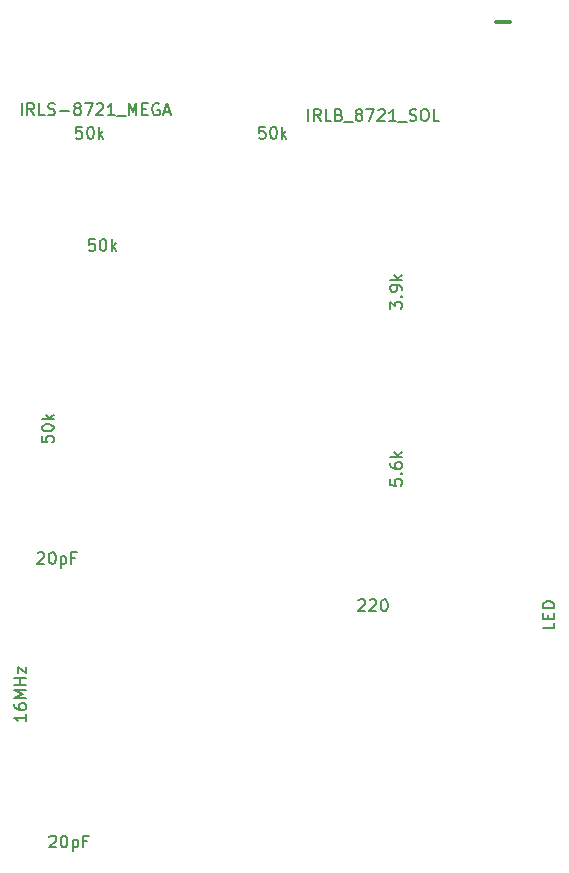
<source format=gbr>
G04 #@! TF.FileFunction,Other,Fab,Top*
%FSLAX46Y46*%
G04 Gerber Fmt 4.6, Leading zero omitted, Abs format (unit mm)*
G04 Created by KiCad (PCBNEW 4.0.2+dfsg1-stable) date on. 29. nov. 2017 kl. 15.41 +0100*
%MOMM*%
G01*
G04 APERTURE LIST*
%ADD10C,0.100000*%
%ADD11C,0.300000*%
%ADD12C,0.150000*%
G04 APERTURE END LIST*
D10*
D11*
X133428572Y-48107143D02*
X134571429Y-48107143D01*
D12*
X95607143Y-117047619D02*
X95654762Y-117000000D01*
X95750000Y-116952381D01*
X95988096Y-116952381D01*
X96083334Y-117000000D01*
X96130953Y-117047619D01*
X96178572Y-117142857D01*
X96178572Y-117238095D01*
X96130953Y-117380952D01*
X95559524Y-117952381D01*
X96178572Y-117952381D01*
X96797619Y-116952381D02*
X96892858Y-116952381D01*
X96988096Y-117000000D01*
X97035715Y-117047619D01*
X97083334Y-117142857D01*
X97130953Y-117333333D01*
X97130953Y-117571429D01*
X97083334Y-117761905D01*
X97035715Y-117857143D01*
X96988096Y-117904762D01*
X96892858Y-117952381D01*
X96797619Y-117952381D01*
X96702381Y-117904762D01*
X96654762Y-117857143D01*
X96607143Y-117761905D01*
X96559524Y-117571429D01*
X96559524Y-117333333D01*
X96607143Y-117142857D01*
X96654762Y-117047619D01*
X96702381Y-117000000D01*
X96797619Y-116952381D01*
X97559524Y-117285714D02*
X97559524Y-118285714D01*
X97559524Y-117333333D02*
X97654762Y-117285714D01*
X97845239Y-117285714D01*
X97940477Y-117333333D01*
X97988096Y-117380952D01*
X98035715Y-117476190D01*
X98035715Y-117761905D01*
X97988096Y-117857143D01*
X97940477Y-117904762D01*
X97845239Y-117952381D01*
X97654762Y-117952381D01*
X97559524Y-117904762D01*
X98797620Y-117428571D02*
X98464286Y-117428571D01*
X98464286Y-117952381D02*
X98464286Y-116952381D01*
X98940477Y-116952381D01*
X94607143Y-93047619D02*
X94654762Y-93000000D01*
X94750000Y-92952381D01*
X94988096Y-92952381D01*
X95083334Y-93000000D01*
X95130953Y-93047619D01*
X95178572Y-93142857D01*
X95178572Y-93238095D01*
X95130953Y-93380952D01*
X94559524Y-93952381D01*
X95178572Y-93952381D01*
X95797619Y-92952381D02*
X95892858Y-92952381D01*
X95988096Y-93000000D01*
X96035715Y-93047619D01*
X96083334Y-93142857D01*
X96130953Y-93333333D01*
X96130953Y-93571429D01*
X96083334Y-93761905D01*
X96035715Y-93857143D01*
X95988096Y-93904762D01*
X95892858Y-93952381D01*
X95797619Y-93952381D01*
X95702381Y-93904762D01*
X95654762Y-93857143D01*
X95607143Y-93761905D01*
X95559524Y-93571429D01*
X95559524Y-93333333D01*
X95607143Y-93142857D01*
X95654762Y-93047619D01*
X95702381Y-93000000D01*
X95797619Y-92952381D01*
X96559524Y-93285714D02*
X96559524Y-94285714D01*
X96559524Y-93333333D02*
X96654762Y-93285714D01*
X96845239Y-93285714D01*
X96940477Y-93333333D01*
X96988096Y-93380952D01*
X97035715Y-93476190D01*
X97035715Y-93761905D01*
X96988096Y-93857143D01*
X96940477Y-93904762D01*
X96845239Y-93952381D01*
X96654762Y-93952381D01*
X96559524Y-93904762D01*
X97797620Y-93428571D02*
X97464286Y-93428571D01*
X97464286Y-93952381D02*
X97464286Y-92952381D01*
X97940477Y-92952381D01*
X138352381Y-98942857D02*
X138352381Y-99419048D01*
X137352381Y-99419048D01*
X137828571Y-98609524D02*
X137828571Y-98276190D01*
X138352381Y-98133333D02*
X138352381Y-98609524D01*
X137352381Y-98609524D01*
X137352381Y-98133333D01*
X138352381Y-97704762D02*
X137352381Y-97704762D01*
X137352381Y-97466667D01*
X137400000Y-97323809D01*
X137495238Y-97228571D01*
X137590476Y-97180952D01*
X137780952Y-97133333D01*
X137923810Y-97133333D01*
X138114286Y-97180952D01*
X138209524Y-97228571D01*
X138304762Y-97323809D01*
X138352381Y-97466667D01*
X138352381Y-97704762D01*
X124452381Y-86800952D02*
X124452381Y-87277143D01*
X124928571Y-87324762D01*
X124880952Y-87277143D01*
X124833333Y-87181905D01*
X124833333Y-86943809D01*
X124880952Y-86848571D01*
X124928571Y-86800952D01*
X125023810Y-86753333D01*
X125261905Y-86753333D01*
X125357143Y-86800952D01*
X125404762Y-86848571D01*
X125452381Y-86943809D01*
X125452381Y-87181905D01*
X125404762Y-87277143D01*
X125357143Y-87324762D01*
X125357143Y-86324762D02*
X125404762Y-86277143D01*
X125452381Y-86324762D01*
X125404762Y-86372381D01*
X125357143Y-86324762D01*
X125452381Y-86324762D01*
X124452381Y-85420000D02*
X124452381Y-85610477D01*
X124500000Y-85705715D01*
X124547619Y-85753334D01*
X124690476Y-85848572D01*
X124880952Y-85896191D01*
X125261905Y-85896191D01*
X125357143Y-85848572D01*
X125404762Y-85800953D01*
X125452381Y-85705715D01*
X125452381Y-85515238D01*
X125404762Y-85420000D01*
X125357143Y-85372381D01*
X125261905Y-85324762D01*
X125023810Y-85324762D01*
X124928571Y-85372381D01*
X124880952Y-85420000D01*
X124833333Y-85515238D01*
X124833333Y-85705715D01*
X124880952Y-85800953D01*
X124928571Y-85848572D01*
X125023810Y-85896191D01*
X125452381Y-84896191D02*
X124452381Y-84896191D01*
X125071429Y-84800953D02*
X125452381Y-84515238D01*
X124785714Y-84515238D02*
X125166667Y-84896191D01*
X124452381Y-72372381D02*
X124452381Y-71753333D01*
X124833333Y-72086667D01*
X124833333Y-71943809D01*
X124880952Y-71848571D01*
X124928571Y-71800952D01*
X125023810Y-71753333D01*
X125261905Y-71753333D01*
X125357143Y-71800952D01*
X125404762Y-71848571D01*
X125452381Y-71943809D01*
X125452381Y-72229524D01*
X125404762Y-72324762D01*
X125357143Y-72372381D01*
X125357143Y-71324762D02*
X125404762Y-71277143D01*
X125452381Y-71324762D01*
X125404762Y-71372381D01*
X125357143Y-71324762D01*
X125452381Y-71324762D01*
X125452381Y-70800953D02*
X125452381Y-70610477D01*
X125404762Y-70515238D01*
X125357143Y-70467619D01*
X125214286Y-70372381D01*
X125023810Y-70324762D01*
X124642857Y-70324762D01*
X124547619Y-70372381D01*
X124500000Y-70420000D01*
X124452381Y-70515238D01*
X124452381Y-70705715D01*
X124500000Y-70800953D01*
X124547619Y-70848572D01*
X124642857Y-70896191D01*
X124880952Y-70896191D01*
X124976190Y-70848572D01*
X125023810Y-70800953D01*
X125071429Y-70705715D01*
X125071429Y-70515238D01*
X125023810Y-70420000D01*
X124976190Y-70372381D01*
X124880952Y-70324762D01*
X125452381Y-69896191D02*
X124452381Y-69896191D01*
X125071429Y-69800953D02*
X125452381Y-69515238D01*
X124785714Y-69515238D02*
X125166667Y-69896191D01*
X99437143Y-66452381D02*
X98960952Y-66452381D01*
X98913333Y-66928571D01*
X98960952Y-66880952D01*
X99056190Y-66833333D01*
X99294286Y-66833333D01*
X99389524Y-66880952D01*
X99437143Y-66928571D01*
X99484762Y-67023810D01*
X99484762Y-67261905D01*
X99437143Y-67357143D01*
X99389524Y-67404762D01*
X99294286Y-67452381D01*
X99056190Y-67452381D01*
X98960952Y-67404762D01*
X98913333Y-67357143D01*
X100103809Y-66452381D02*
X100199048Y-66452381D01*
X100294286Y-66500000D01*
X100341905Y-66547619D01*
X100389524Y-66642857D01*
X100437143Y-66833333D01*
X100437143Y-67071429D01*
X100389524Y-67261905D01*
X100341905Y-67357143D01*
X100294286Y-67404762D01*
X100199048Y-67452381D01*
X100103809Y-67452381D01*
X100008571Y-67404762D01*
X99960952Y-67357143D01*
X99913333Y-67261905D01*
X99865714Y-67071429D01*
X99865714Y-66833333D01*
X99913333Y-66642857D01*
X99960952Y-66547619D01*
X100008571Y-66500000D01*
X100103809Y-66452381D01*
X100865714Y-67452381D02*
X100865714Y-66452381D01*
X100960952Y-67071429D02*
X101246667Y-67452381D01*
X101246667Y-66785714D02*
X100865714Y-67166667D01*
X121761905Y-97047619D02*
X121809524Y-97000000D01*
X121904762Y-96952381D01*
X122142858Y-96952381D01*
X122238096Y-97000000D01*
X122285715Y-97047619D01*
X122333334Y-97142857D01*
X122333334Y-97238095D01*
X122285715Y-97380952D01*
X121714286Y-97952381D01*
X122333334Y-97952381D01*
X122714286Y-97047619D02*
X122761905Y-97000000D01*
X122857143Y-96952381D01*
X123095239Y-96952381D01*
X123190477Y-97000000D01*
X123238096Y-97047619D01*
X123285715Y-97142857D01*
X123285715Y-97238095D01*
X123238096Y-97380952D01*
X122666667Y-97952381D01*
X123285715Y-97952381D01*
X123904762Y-96952381D02*
X124000001Y-96952381D01*
X124095239Y-97000000D01*
X124142858Y-97047619D01*
X124190477Y-97142857D01*
X124238096Y-97333333D01*
X124238096Y-97571429D01*
X124190477Y-97761905D01*
X124142858Y-97857143D01*
X124095239Y-97904762D01*
X124000001Y-97952381D01*
X123904762Y-97952381D01*
X123809524Y-97904762D01*
X123761905Y-97857143D01*
X123714286Y-97761905D01*
X123666667Y-97571429D01*
X123666667Y-97333333D01*
X123714286Y-97142857D01*
X123761905Y-97047619D01*
X123809524Y-97000000D01*
X123904762Y-96952381D01*
X113857143Y-56952381D02*
X113380952Y-56952381D01*
X113333333Y-57428571D01*
X113380952Y-57380952D01*
X113476190Y-57333333D01*
X113714286Y-57333333D01*
X113809524Y-57380952D01*
X113857143Y-57428571D01*
X113904762Y-57523810D01*
X113904762Y-57761905D01*
X113857143Y-57857143D01*
X113809524Y-57904762D01*
X113714286Y-57952381D01*
X113476190Y-57952381D01*
X113380952Y-57904762D01*
X113333333Y-57857143D01*
X114523809Y-56952381D02*
X114619048Y-56952381D01*
X114714286Y-57000000D01*
X114761905Y-57047619D01*
X114809524Y-57142857D01*
X114857143Y-57333333D01*
X114857143Y-57571429D01*
X114809524Y-57761905D01*
X114761905Y-57857143D01*
X114714286Y-57904762D01*
X114619048Y-57952381D01*
X114523809Y-57952381D01*
X114428571Y-57904762D01*
X114380952Y-57857143D01*
X114333333Y-57761905D01*
X114285714Y-57571429D01*
X114285714Y-57333333D01*
X114333333Y-57142857D01*
X114380952Y-57047619D01*
X114428571Y-57000000D01*
X114523809Y-56952381D01*
X115285714Y-57952381D02*
X115285714Y-56952381D01*
X115380952Y-57571429D02*
X115666667Y-57952381D01*
X115666667Y-57285714D02*
X115285714Y-57666667D01*
X98357143Y-56952381D02*
X97880952Y-56952381D01*
X97833333Y-57428571D01*
X97880952Y-57380952D01*
X97976190Y-57333333D01*
X98214286Y-57333333D01*
X98309524Y-57380952D01*
X98357143Y-57428571D01*
X98404762Y-57523810D01*
X98404762Y-57761905D01*
X98357143Y-57857143D01*
X98309524Y-57904762D01*
X98214286Y-57952381D01*
X97976190Y-57952381D01*
X97880952Y-57904762D01*
X97833333Y-57857143D01*
X99023809Y-56952381D02*
X99119048Y-56952381D01*
X99214286Y-57000000D01*
X99261905Y-57047619D01*
X99309524Y-57142857D01*
X99357143Y-57333333D01*
X99357143Y-57571429D01*
X99309524Y-57761905D01*
X99261905Y-57857143D01*
X99214286Y-57904762D01*
X99119048Y-57952381D01*
X99023809Y-57952381D01*
X98928571Y-57904762D01*
X98880952Y-57857143D01*
X98833333Y-57761905D01*
X98785714Y-57571429D01*
X98785714Y-57333333D01*
X98833333Y-57142857D01*
X98880952Y-57047619D01*
X98928571Y-57000000D01*
X99023809Y-56952381D01*
X99785714Y-57952381D02*
X99785714Y-56952381D01*
X99880952Y-57571429D02*
X100166667Y-57952381D01*
X100166667Y-57285714D02*
X99785714Y-57666667D01*
X94952381Y-83142857D02*
X94952381Y-83619048D01*
X95428571Y-83666667D01*
X95380952Y-83619048D01*
X95333333Y-83523810D01*
X95333333Y-83285714D01*
X95380952Y-83190476D01*
X95428571Y-83142857D01*
X95523810Y-83095238D01*
X95761905Y-83095238D01*
X95857143Y-83142857D01*
X95904762Y-83190476D01*
X95952381Y-83285714D01*
X95952381Y-83523810D01*
X95904762Y-83619048D01*
X95857143Y-83666667D01*
X94952381Y-82476191D02*
X94952381Y-82380952D01*
X95000000Y-82285714D01*
X95047619Y-82238095D01*
X95142857Y-82190476D01*
X95333333Y-82142857D01*
X95571429Y-82142857D01*
X95761905Y-82190476D01*
X95857143Y-82238095D01*
X95904762Y-82285714D01*
X95952381Y-82380952D01*
X95952381Y-82476191D01*
X95904762Y-82571429D01*
X95857143Y-82619048D01*
X95761905Y-82666667D01*
X95571429Y-82714286D01*
X95333333Y-82714286D01*
X95142857Y-82666667D01*
X95047619Y-82619048D01*
X95000000Y-82571429D01*
X94952381Y-82476191D01*
X95952381Y-81714286D02*
X94952381Y-81714286D01*
X95571429Y-81619048D02*
X95952381Y-81333333D01*
X95285714Y-81333333D02*
X95666667Y-81714286D01*
X93642381Y-106690476D02*
X93642381Y-107261905D01*
X93642381Y-106976191D02*
X92642381Y-106976191D01*
X92785238Y-107071429D01*
X92880476Y-107166667D01*
X92928095Y-107261905D01*
X92642381Y-105833333D02*
X92642381Y-106023810D01*
X92690000Y-106119048D01*
X92737619Y-106166667D01*
X92880476Y-106261905D01*
X93070952Y-106309524D01*
X93451905Y-106309524D01*
X93547143Y-106261905D01*
X93594762Y-106214286D01*
X93642381Y-106119048D01*
X93642381Y-105928571D01*
X93594762Y-105833333D01*
X93547143Y-105785714D01*
X93451905Y-105738095D01*
X93213810Y-105738095D01*
X93118571Y-105785714D01*
X93070952Y-105833333D01*
X93023333Y-105928571D01*
X93023333Y-106119048D01*
X93070952Y-106214286D01*
X93118571Y-106261905D01*
X93213810Y-106309524D01*
X93642381Y-105309524D02*
X92642381Y-105309524D01*
X93356667Y-104976190D01*
X92642381Y-104642857D01*
X93642381Y-104642857D01*
X93642381Y-104166667D02*
X92642381Y-104166667D01*
X93118571Y-104166667D02*
X93118571Y-103595238D01*
X93642381Y-103595238D02*
X92642381Y-103595238D01*
X92975714Y-103214286D02*
X92975714Y-102690476D01*
X93642381Y-103214286D01*
X93642381Y-102690476D01*
X117523809Y-56452381D02*
X117523809Y-55452381D01*
X118571428Y-56452381D02*
X118238094Y-55976190D01*
X117999999Y-56452381D02*
X117999999Y-55452381D01*
X118380952Y-55452381D01*
X118476190Y-55500000D01*
X118523809Y-55547619D01*
X118571428Y-55642857D01*
X118571428Y-55785714D01*
X118523809Y-55880952D01*
X118476190Y-55928571D01*
X118380952Y-55976190D01*
X117999999Y-55976190D01*
X119476190Y-56452381D02*
X118999999Y-56452381D01*
X118999999Y-55452381D01*
X120142857Y-55928571D02*
X120285714Y-55976190D01*
X120333333Y-56023810D01*
X120380952Y-56119048D01*
X120380952Y-56261905D01*
X120333333Y-56357143D01*
X120285714Y-56404762D01*
X120190476Y-56452381D01*
X119809523Y-56452381D01*
X119809523Y-55452381D01*
X120142857Y-55452381D01*
X120238095Y-55500000D01*
X120285714Y-55547619D01*
X120333333Y-55642857D01*
X120333333Y-55738095D01*
X120285714Y-55833333D01*
X120238095Y-55880952D01*
X120142857Y-55928571D01*
X119809523Y-55928571D01*
X120571428Y-56547619D02*
X121333333Y-56547619D01*
X121714285Y-55880952D02*
X121619047Y-55833333D01*
X121571428Y-55785714D01*
X121523809Y-55690476D01*
X121523809Y-55642857D01*
X121571428Y-55547619D01*
X121619047Y-55500000D01*
X121714285Y-55452381D01*
X121904762Y-55452381D01*
X122000000Y-55500000D01*
X122047619Y-55547619D01*
X122095238Y-55642857D01*
X122095238Y-55690476D01*
X122047619Y-55785714D01*
X122000000Y-55833333D01*
X121904762Y-55880952D01*
X121714285Y-55880952D01*
X121619047Y-55928571D01*
X121571428Y-55976190D01*
X121523809Y-56071429D01*
X121523809Y-56261905D01*
X121571428Y-56357143D01*
X121619047Y-56404762D01*
X121714285Y-56452381D01*
X121904762Y-56452381D01*
X122000000Y-56404762D01*
X122047619Y-56357143D01*
X122095238Y-56261905D01*
X122095238Y-56071429D01*
X122047619Y-55976190D01*
X122000000Y-55928571D01*
X121904762Y-55880952D01*
X122428571Y-55452381D02*
X123095238Y-55452381D01*
X122666666Y-56452381D01*
X123428571Y-55547619D02*
X123476190Y-55500000D01*
X123571428Y-55452381D01*
X123809524Y-55452381D01*
X123904762Y-55500000D01*
X123952381Y-55547619D01*
X124000000Y-55642857D01*
X124000000Y-55738095D01*
X123952381Y-55880952D01*
X123380952Y-56452381D01*
X124000000Y-56452381D01*
X124952381Y-56452381D02*
X124380952Y-56452381D01*
X124666666Y-56452381D02*
X124666666Y-55452381D01*
X124571428Y-55595238D01*
X124476190Y-55690476D01*
X124380952Y-55738095D01*
X125142857Y-56547619D02*
X125904762Y-56547619D01*
X126095238Y-56404762D02*
X126238095Y-56452381D01*
X126476191Y-56452381D01*
X126571429Y-56404762D01*
X126619048Y-56357143D01*
X126666667Y-56261905D01*
X126666667Y-56166667D01*
X126619048Y-56071429D01*
X126571429Y-56023810D01*
X126476191Y-55976190D01*
X126285714Y-55928571D01*
X126190476Y-55880952D01*
X126142857Y-55833333D01*
X126095238Y-55738095D01*
X126095238Y-55642857D01*
X126142857Y-55547619D01*
X126190476Y-55500000D01*
X126285714Y-55452381D01*
X126523810Y-55452381D01*
X126666667Y-55500000D01*
X127285714Y-55452381D02*
X127476191Y-55452381D01*
X127571429Y-55500000D01*
X127666667Y-55595238D01*
X127714286Y-55785714D01*
X127714286Y-56119048D01*
X127666667Y-56309524D01*
X127571429Y-56404762D01*
X127476191Y-56452381D01*
X127285714Y-56452381D01*
X127190476Y-56404762D01*
X127095238Y-56309524D01*
X127047619Y-56119048D01*
X127047619Y-55785714D01*
X127095238Y-55595238D01*
X127190476Y-55500000D01*
X127285714Y-55452381D01*
X128619048Y-56452381D02*
X128142857Y-56452381D01*
X128142857Y-55452381D01*
X93261905Y-55952381D02*
X93261905Y-54952381D01*
X94309524Y-55952381D02*
X93976190Y-55476190D01*
X93738095Y-55952381D02*
X93738095Y-54952381D01*
X94119048Y-54952381D01*
X94214286Y-55000000D01*
X94261905Y-55047619D01*
X94309524Y-55142857D01*
X94309524Y-55285714D01*
X94261905Y-55380952D01*
X94214286Y-55428571D01*
X94119048Y-55476190D01*
X93738095Y-55476190D01*
X95214286Y-55952381D02*
X94738095Y-55952381D01*
X94738095Y-54952381D01*
X95500000Y-55904762D02*
X95642857Y-55952381D01*
X95880953Y-55952381D01*
X95976191Y-55904762D01*
X96023810Y-55857143D01*
X96071429Y-55761905D01*
X96071429Y-55666667D01*
X96023810Y-55571429D01*
X95976191Y-55523810D01*
X95880953Y-55476190D01*
X95690476Y-55428571D01*
X95595238Y-55380952D01*
X95547619Y-55333333D01*
X95500000Y-55238095D01*
X95500000Y-55142857D01*
X95547619Y-55047619D01*
X95595238Y-55000000D01*
X95690476Y-54952381D01*
X95928572Y-54952381D01*
X96071429Y-55000000D01*
X96500000Y-55571429D02*
X97261905Y-55571429D01*
X97880952Y-55380952D02*
X97785714Y-55333333D01*
X97738095Y-55285714D01*
X97690476Y-55190476D01*
X97690476Y-55142857D01*
X97738095Y-55047619D01*
X97785714Y-55000000D01*
X97880952Y-54952381D01*
X98071429Y-54952381D01*
X98166667Y-55000000D01*
X98214286Y-55047619D01*
X98261905Y-55142857D01*
X98261905Y-55190476D01*
X98214286Y-55285714D01*
X98166667Y-55333333D01*
X98071429Y-55380952D01*
X97880952Y-55380952D01*
X97785714Y-55428571D01*
X97738095Y-55476190D01*
X97690476Y-55571429D01*
X97690476Y-55761905D01*
X97738095Y-55857143D01*
X97785714Y-55904762D01*
X97880952Y-55952381D01*
X98071429Y-55952381D01*
X98166667Y-55904762D01*
X98214286Y-55857143D01*
X98261905Y-55761905D01*
X98261905Y-55571429D01*
X98214286Y-55476190D01*
X98166667Y-55428571D01*
X98071429Y-55380952D01*
X98595238Y-54952381D02*
X99261905Y-54952381D01*
X98833333Y-55952381D01*
X99595238Y-55047619D02*
X99642857Y-55000000D01*
X99738095Y-54952381D01*
X99976191Y-54952381D01*
X100071429Y-55000000D01*
X100119048Y-55047619D01*
X100166667Y-55142857D01*
X100166667Y-55238095D01*
X100119048Y-55380952D01*
X99547619Y-55952381D01*
X100166667Y-55952381D01*
X101119048Y-55952381D02*
X100547619Y-55952381D01*
X100833333Y-55952381D02*
X100833333Y-54952381D01*
X100738095Y-55095238D01*
X100642857Y-55190476D01*
X100547619Y-55238095D01*
X101309524Y-56047619D02*
X102071429Y-56047619D01*
X102309524Y-55952381D02*
X102309524Y-54952381D01*
X102642858Y-55666667D01*
X102976191Y-54952381D01*
X102976191Y-55952381D01*
X103452381Y-55428571D02*
X103785715Y-55428571D01*
X103928572Y-55952381D02*
X103452381Y-55952381D01*
X103452381Y-54952381D01*
X103928572Y-54952381D01*
X104880953Y-55000000D02*
X104785715Y-54952381D01*
X104642858Y-54952381D01*
X104500000Y-55000000D01*
X104404762Y-55095238D01*
X104357143Y-55190476D01*
X104309524Y-55380952D01*
X104309524Y-55523810D01*
X104357143Y-55714286D01*
X104404762Y-55809524D01*
X104500000Y-55904762D01*
X104642858Y-55952381D01*
X104738096Y-55952381D01*
X104880953Y-55904762D01*
X104928572Y-55857143D01*
X104928572Y-55523810D01*
X104738096Y-55523810D01*
X105309524Y-55666667D02*
X105785715Y-55666667D01*
X105214286Y-55952381D02*
X105547619Y-54952381D01*
X105880953Y-55952381D01*
M02*

</source>
